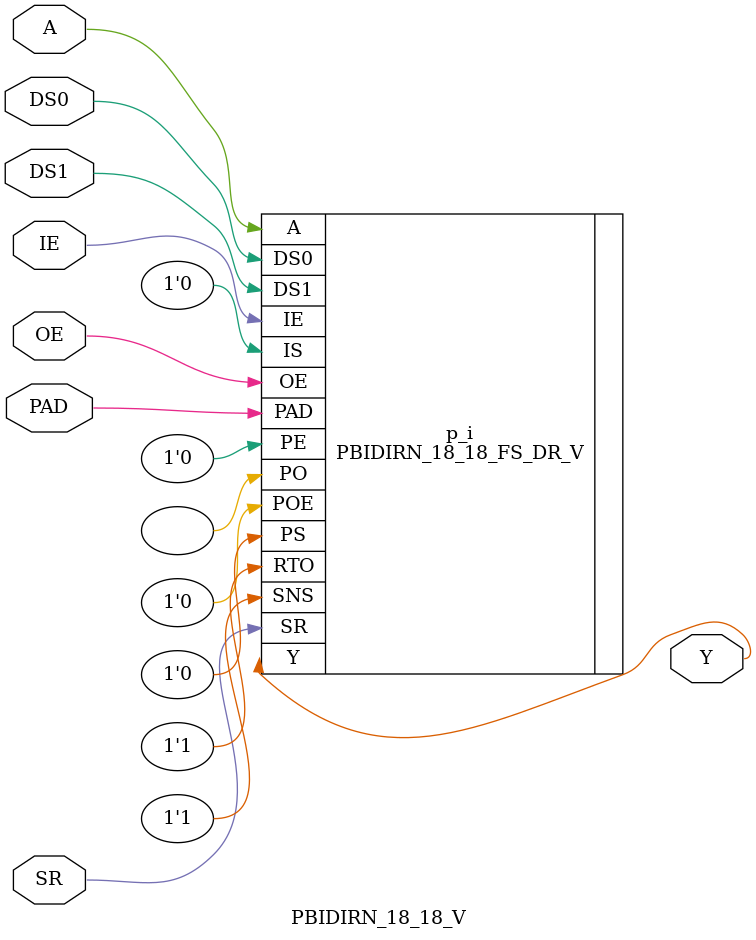
<source format=v>

module PBIDIRN_18_18_H
  (
   PAD,
   Y,
   A,
   OE,
   DS0,
   DS1,
   SR,
   IE,
   );

   inout PAD;
   output Y;
   input A;
   input OE;
   input DS0;
   input DS1;
   input SR;
   input IE;

   PBIDIRN_18_18_FS_DR_H p_i
     (
      .PAD(PAD),
      .Y(Y),
      .PO( ),
      .A(A),
      .OE(OE),
      .DS0(DS0),
      .DS1(DS1),
      .SR(SR),
      .PS(1'b0),
      .PE(1'b0),
      .IE(IE),
      .IS(1'b0),
      .POE(1'b0),
      .RTO(1'b1),
      .SNS(1'b1)
      );

endmodule

module PBIDIRN_18_18_V
  (
   PAD,
   Y,
   A,
   OE,
   DS0,
   DS1,
   SR,
   IE,
   );

   inout PAD;
   output Y;
   input A;
   input OE;
   input DS0;
   input DS1;
   input SR;
   input IE;

   PBIDIRN_18_18_FS_DR_V p_i
     (
      .PAD(PAD),
      .Y(Y),
      .PO( ),
      .A(A),
      .OE(OE),
      .DS0(DS0),
      .DS1(DS1),
      .SR(SR),
      .PS(1'b0),
      .PE(1'b0),
      .IE(IE),
      .IS(1'b0),
      .POE(1'b0),
      .RTO(1'b1),
      .SNS(1'b1)
      );

endmodule

</source>
